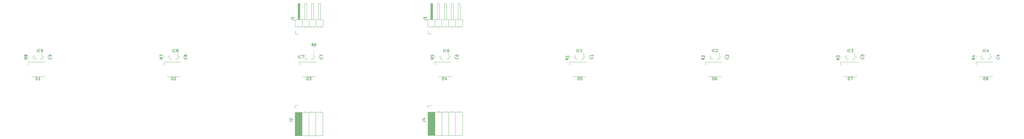
<source format=gbr>
%TF.GenerationSoftware,KiCad,Pcbnew,(5.1.9)-1*%
%TF.CreationDate,2021-04-24T17:32:51+02:00*%
%TF.ProjectId,Schaakbord_Bord,53636861-616b-4626-9f72-645f426f7264,rev?*%
%TF.SameCoordinates,Original*%
%TF.FileFunction,Legend,Top*%
%TF.FilePolarity,Positive*%
%FSLAX46Y46*%
G04 Gerber Fmt 4.6, Leading zero omitted, Abs format (unit mm)*
G04 Created by KiCad (PCBNEW (5.1.9)-1) date 2021-04-24 17:32:51*
%MOMM*%
%LPD*%
G01*
G04 APERTURE LIST*
%ADD10C,0.120000*%
%ADD11C,0.150000*%
G04 APERTURE END LIST*
D10*
%TO.C,J4*%
X144078000Y-24568000D02*
X144078000Y-15938000D01*
X144196095Y-24568000D02*
X144196095Y-15938000D01*
X144314190Y-24568000D02*
X144314190Y-15938000D01*
X144432285Y-24568000D02*
X144432285Y-15938000D01*
X144550380Y-24568000D02*
X144550380Y-15938000D01*
X144668475Y-24568000D02*
X144668475Y-15938000D01*
X144786570Y-24568000D02*
X144786570Y-15938000D01*
X144904665Y-24568000D02*
X144904665Y-15938000D01*
X145022760Y-24568000D02*
X145022760Y-15938000D01*
X145140855Y-24568000D02*
X145140855Y-15938000D01*
X145258950Y-24568000D02*
X145258950Y-15938000D01*
X145377045Y-24568000D02*
X145377045Y-15938000D01*
X145495140Y-24568000D02*
X145495140Y-15938000D01*
X145613235Y-24568000D02*
X145613235Y-15938000D01*
X145731330Y-24568000D02*
X145731330Y-15938000D01*
X145849425Y-24568000D02*
X145849425Y-15938000D01*
X145967520Y-24568000D02*
X145967520Y-15938000D01*
X146085615Y-24568000D02*
X146085615Y-15938000D01*
X146203710Y-24568000D02*
X146203710Y-15938000D01*
X146321805Y-24568000D02*
X146321805Y-15938000D01*
X146439900Y-24568000D02*
X146439900Y-15938000D01*
X144928000Y-15938000D02*
X144928000Y-15588000D01*
X145648000Y-15938000D02*
X145648000Y-15588000D01*
X147468000Y-15938000D02*
X147468000Y-15528000D01*
X148188000Y-15938000D02*
X148188000Y-15528000D01*
X150008000Y-15938000D02*
X150008000Y-15528000D01*
X150728000Y-15938000D02*
X150728000Y-15528000D01*
X152548000Y-15938000D02*
X152548000Y-15528000D01*
X153268000Y-15938000D02*
X153268000Y-15528000D01*
X155088000Y-15938000D02*
X155088000Y-15528000D01*
X155808000Y-15938000D02*
X155808000Y-15528000D01*
X146558000Y-24568000D02*
X146558000Y-15938000D01*
X149098000Y-24568000D02*
X149098000Y-15938000D01*
X151638000Y-24568000D02*
X151638000Y-15938000D01*
X154178000Y-24568000D02*
X154178000Y-15938000D01*
X143958000Y-24568000D02*
X143958000Y-15938000D01*
X143958000Y-15938000D02*
X156778000Y-15938000D01*
X156778000Y-24568000D02*
X156778000Y-15938000D01*
X143958000Y-24568000D02*
X156778000Y-24568000D01*
X143958000Y-13368000D02*
X145288000Y-13368000D01*
X143958000Y-14478000D02*
X143958000Y-13368000D01*
%TO.C,J3*%
X144018000Y13081000D02*
X144018000Y14351000D01*
X145288000Y13081000D02*
X144018000Y13081000D01*
X155828000Y15393929D02*
X155828000Y15791000D01*
X155068000Y15393929D02*
X155068000Y15791000D01*
X155828000Y24451000D02*
X155828000Y18451000D01*
X155068000Y24451000D02*
X155828000Y24451000D01*
X155068000Y18451000D02*
X155068000Y24451000D01*
X154178000Y15791000D02*
X154178000Y18451000D01*
X153288000Y15393929D02*
X153288000Y15791000D01*
X152528000Y15393929D02*
X152528000Y15791000D01*
X153288000Y24451000D02*
X153288000Y18451000D01*
X152528000Y24451000D02*
X153288000Y24451000D01*
X152528000Y18451000D02*
X152528000Y24451000D01*
X151638000Y15791000D02*
X151638000Y18451000D01*
X150748000Y15393929D02*
X150748000Y15791000D01*
X149988000Y15393929D02*
X149988000Y15791000D01*
X150748000Y24451000D02*
X150748000Y18451000D01*
X149988000Y24451000D02*
X150748000Y24451000D01*
X149988000Y18451000D02*
X149988000Y24451000D01*
X149098000Y15791000D02*
X149098000Y18451000D01*
X148208000Y15393929D02*
X148208000Y15791000D01*
X147448000Y15393929D02*
X147448000Y15791000D01*
X148208000Y24451000D02*
X148208000Y18451000D01*
X147448000Y24451000D02*
X148208000Y24451000D01*
X147448000Y18451000D02*
X147448000Y24451000D01*
X146558000Y15791000D02*
X146558000Y18451000D01*
X145668000Y15461000D02*
X145668000Y15791000D01*
X144908000Y15461000D02*
X144908000Y15791000D01*
X145568000Y18451000D02*
X145568000Y24451000D01*
X145448000Y18451000D02*
X145448000Y24451000D01*
X145328000Y18451000D02*
X145328000Y24451000D01*
X145208000Y18451000D02*
X145208000Y24451000D01*
X145088000Y18451000D02*
X145088000Y24451000D01*
X144968000Y18451000D02*
X144968000Y24451000D01*
X145668000Y24451000D02*
X145668000Y18451000D01*
X144908000Y24451000D02*
X145668000Y24451000D01*
X144908000Y18451000D02*
X144908000Y24451000D01*
X143958000Y18451000D02*
X143958000Y15791000D01*
X156778000Y18451000D02*
X143958000Y18451000D01*
X156778000Y15791000D02*
X156778000Y18451000D01*
X143958000Y15791000D02*
X156778000Y15791000D01*
%TO.C,J2*%
X94872500Y-14541500D02*
X94872500Y-13431500D01*
X94872500Y-13431500D02*
X96202500Y-13431500D01*
X94872500Y-24631500D02*
X105152500Y-24631500D01*
X105152500Y-24631500D02*
X105152500Y-16001500D01*
X94872500Y-16001500D02*
X105152500Y-16001500D01*
X94872500Y-24631500D02*
X94872500Y-16001500D01*
X102552500Y-24631500D02*
X102552500Y-16001500D01*
X100012500Y-24631500D02*
X100012500Y-16001500D01*
X97472500Y-24631500D02*
X97472500Y-16001500D01*
X104182500Y-16001500D02*
X104182500Y-15591500D01*
X103462500Y-16001500D02*
X103462500Y-15591500D01*
X101642500Y-16001500D02*
X101642500Y-15591500D01*
X100922500Y-16001500D02*
X100922500Y-15591500D01*
X99102500Y-16001500D02*
X99102500Y-15591500D01*
X98382500Y-16001500D02*
X98382500Y-15591500D01*
X96562500Y-16001500D02*
X96562500Y-15651500D01*
X95842500Y-16001500D02*
X95842500Y-15651500D01*
X97354400Y-24631500D02*
X97354400Y-16001500D01*
X97236305Y-24631500D02*
X97236305Y-16001500D01*
X97118210Y-24631500D02*
X97118210Y-16001500D01*
X97000115Y-24631500D02*
X97000115Y-16001500D01*
X96882020Y-24631500D02*
X96882020Y-16001500D01*
X96763925Y-24631500D02*
X96763925Y-16001500D01*
X96645830Y-24631500D02*
X96645830Y-16001500D01*
X96527735Y-24631500D02*
X96527735Y-16001500D01*
X96409640Y-24631500D02*
X96409640Y-16001500D01*
X96291545Y-24631500D02*
X96291545Y-16001500D01*
X96173450Y-24631500D02*
X96173450Y-16001500D01*
X96055355Y-24631500D02*
X96055355Y-16001500D01*
X95937260Y-24631500D02*
X95937260Y-16001500D01*
X95819165Y-24631500D02*
X95819165Y-16001500D01*
X95701070Y-24631500D02*
X95701070Y-16001500D01*
X95582975Y-24631500D02*
X95582975Y-16001500D01*
X95464880Y-24631500D02*
X95464880Y-16001500D01*
X95346785Y-24631500D02*
X95346785Y-16001500D01*
X95228690Y-24631500D02*
X95228690Y-16001500D01*
X95110595Y-24631500D02*
X95110595Y-16001500D01*
X94992500Y-24631500D02*
X94992500Y-16001500D01*
%TO.C,J1*%
X94996000Y13081000D02*
X94996000Y14351000D01*
X96266000Y13081000D02*
X94996000Y13081000D01*
X104266000Y15393929D02*
X104266000Y15791000D01*
X103506000Y15393929D02*
X103506000Y15791000D01*
X104266000Y24451000D02*
X104266000Y18451000D01*
X103506000Y24451000D02*
X104266000Y24451000D01*
X103506000Y18451000D02*
X103506000Y24451000D01*
X102616000Y15791000D02*
X102616000Y18451000D01*
X101726000Y15393929D02*
X101726000Y15791000D01*
X100966000Y15393929D02*
X100966000Y15791000D01*
X101726000Y24451000D02*
X101726000Y18451000D01*
X100966000Y24451000D02*
X101726000Y24451000D01*
X100966000Y18451000D02*
X100966000Y24451000D01*
X100076000Y15791000D02*
X100076000Y18451000D01*
X99186000Y15393929D02*
X99186000Y15791000D01*
X98426000Y15393929D02*
X98426000Y15791000D01*
X99186000Y24451000D02*
X99186000Y18451000D01*
X98426000Y24451000D02*
X99186000Y24451000D01*
X98426000Y18451000D02*
X98426000Y24451000D01*
X97536000Y15791000D02*
X97536000Y18451000D01*
X96646000Y15461000D02*
X96646000Y15791000D01*
X95886000Y15461000D02*
X95886000Y15791000D01*
X96546000Y18451000D02*
X96546000Y24451000D01*
X96426000Y18451000D02*
X96426000Y24451000D01*
X96306000Y18451000D02*
X96306000Y24451000D01*
X96186000Y18451000D02*
X96186000Y24451000D01*
X96066000Y18451000D02*
X96066000Y24451000D01*
X95946000Y18451000D02*
X95946000Y24451000D01*
X96646000Y24451000D02*
X96646000Y18451000D01*
X95886000Y24451000D02*
X96646000Y24451000D01*
X95886000Y18451000D02*
X95886000Y24451000D01*
X94936000Y18451000D02*
X94936000Y15791000D01*
X105216000Y18451000D02*
X94936000Y18451000D01*
X105216000Y15791000D02*
X105216000Y18451000D01*
X94936000Y15791000D02*
X105216000Y15791000D01*
%TO.C,R4*%
X346483000Y4344936D02*
X346483000Y4799064D01*
X347953000Y4344936D02*
X347953000Y4799064D01*
%TO.C,R3*%
X296445000Y4344936D02*
X296445000Y4799064D01*
X297915000Y4344936D02*
X297915000Y4799064D01*
%TO.C,R2*%
X246407000Y4344936D02*
X246407000Y4799064D01*
X247877000Y4344936D02*
X247877000Y4799064D01*
%TO.C,R1*%
X196369000Y4328936D02*
X196369000Y4783064D01*
X197839000Y4328936D02*
X197839000Y4783064D01*
%TO.C,R5*%
X146585000Y4344936D02*
X146585000Y4799064D01*
X148055000Y4344936D02*
X148055000Y4799064D01*
%TO.C,R6*%
X102097064Y6758000D02*
X101642936Y6758000D01*
X102097064Y8228000D02*
X101642936Y8228000D01*
%TO.C,R7*%
X46509000Y4344936D02*
X46509000Y4799064D01*
X47979000Y4344936D02*
X47979000Y4799064D01*
%TO.C,R8*%
X-3529000Y4344936D02*
X-3529000Y4799064D01*
X-2059000Y4344936D02*
X-2059000Y4799064D01*
%TO.C,C4*%
X352071000Y4310748D02*
X352071000Y4833252D01*
X353541000Y4310748D02*
X353541000Y4833252D01*
%TO.C,C3*%
X302033000Y4310748D02*
X302033000Y4833252D01*
X303503000Y4310748D02*
X303503000Y4833252D01*
%TO.C,C2*%
X251995000Y4332248D02*
X251995000Y4854752D01*
X253465000Y4332248D02*
X253465000Y4854752D01*
%TO.C,C1*%
X201957000Y4310748D02*
X201957000Y4833252D01*
X203427000Y4310748D02*
X203427000Y4833252D01*
%TO.C,C6*%
X153643000Y4833252D02*
X153643000Y4310748D01*
X152173000Y4833252D02*
X152173000Y4310748D01*
%TO.C,C7*%
X103605000Y4833252D02*
X103605000Y4310748D01*
X102135000Y4833252D02*
X102135000Y4310748D01*
%TO.C,C8*%
X53567000Y4833252D02*
X53567000Y4310748D01*
X52097000Y4833252D02*
X52097000Y4310748D01*
%TO.C,C9*%
X3529000Y4833252D02*
X3529000Y4310748D01*
X2059000Y4833252D02*
X2059000Y4310748D01*
%TO.C,IC4*%
X348432000Y3796000D02*
X349362000Y3796000D01*
X351592000Y3796000D02*
X350662000Y3796000D01*
X351592000Y3796000D02*
X351592000Y5956000D01*
X348432000Y3796000D02*
X348432000Y5256000D01*
%TO.C,IC3*%
X298394000Y3796000D02*
X299324000Y3796000D01*
X301554000Y3796000D02*
X300624000Y3796000D01*
X301554000Y3796000D02*
X301554000Y5956000D01*
X298394000Y3796000D02*
X298394000Y5256000D01*
%TO.C,IC2*%
X248356000Y3796000D02*
X249286000Y3796000D01*
X251516000Y3796000D02*
X250586000Y3796000D01*
X251516000Y3796000D02*
X251516000Y5956000D01*
X248356000Y3796000D02*
X248356000Y5256000D01*
%TO.C,IC6*%
X148534000Y3796000D02*
X149464000Y3796000D01*
X151694000Y3796000D02*
X150764000Y3796000D01*
X151694000Y3796000D02*
X151694000Y5956000D01*
X148534000Y3796000D02*
X148534000Y5256000D01*
%TO.C,IC7*%
X98496000Y3796000D02*
X99426000Y3796000D01*
X101656000Y3796000D02*
X100726000Y3796000D01*
X101656000Y3796000D02*
X101656000Y5956000D01*
X98496000Y3796000D02*
X98496000Y5256000D01*
%TO.C,IC8*%
X48458000Y3796000D02*
X49388000Y3796000D01*
X51618000Y3796000D02*
X50688000Y3796000D01*
X51618000Y3796000D02*
X51618000Y5956000D01*
X48458000Y3796000D02*
X48458000Y5256000D01*
%TO.C,IC9*%
X-1580000Y3796000D02*
X-650000Y3796000D01*
X1580000Y3796000D02*
X650000Y3796000D01*
X1580000Y3796000D02*
X1580000Y5956000D01*
X-1580000Y3796000D02*
X-1580000Y5256000D01*
%TO.C,IC1*%
X198318000Y3796000D02*
X198318000Y5256000D01*
X201478000Y3796000D02*
X201478000Y5956000D01*
X201478000Y3796000D02*
X200548000Y3796000D01*
X198318000Y3796000D02*
X199248000Y3796000D01*
%TO.C,D8*%
X352512000Y-2700000D02*
X347512000Y-2700000D01*
X346412000Y1600000D02*
X346412000Y2700000D01*
X346412000Y2700000D02*
X352512000Y2700000D01*
%TO.C,D7*%
X302474000Y-2700000D02*
X297474000Y-2700000D01*
X296374000Y1600000D02*
X296374000Y2700000D01*
X296374000Y2700000D02*
X302474000Y2700000D01*
%TO.C,D6*%
X252436000Y-2700000D02*
X247436000Y-2700000D01*
X246336000Y1600000D02*
X246336000Y2700000D01*
X246336000Y2700000D02*
X252436000Y2700000D01*
%TO.C,D5*%
X202398000Y-2700000D02*
X197398000Y-2700000D01*
X196298000Y1600000D02*
X196298000Y2700000D01*
X196298000Y2700000D02*
X202398000Y2700000D01*
%TO.C,D4*%
X152614000Y-2700000D02*
X147614000Y-2700000D01*
X146514000Y1600000D02*
X146514000Y2700000D01*
X146514000Y2700000D02*
X152614000Y2700000D01*
%TO.C,D3*%
X102576000Y-2700000D02*
X97576000Y-2700000D01*
X96476000Y1600000D02*
X96476000Y2700000D01*
X96476000Y2700000D02*
X102576000Y2700000D01*
%TO.C,D2*%
X52538000Y-2700000D02*
X47538000Y-2700000D01*
X46438000Y1600000D02*
X46438000Y2700000D01*
X46438000Y2700000D02*
X52538000Y2700000D01*
%TO.C,D1*%
X2500000Y-2700000D02*
X-2500000Y-2700000D01*
X-3600000Y1600000D02*
X-3600000Y2700000D01*
X-3600000Y2700000D02*
X2500000Y2700000D01*
%TO.C,J4*%
D11*
X141970380Y-19191333D02*
X142684666Y-19191333D01*
X142827523Y-19238952D01*
X142922761Y-19334190D01*
X142970380Y-19477047D01*
X142970380Y-19572285D01*
X142303714Y-18286571D02*
X142970380Y-18286571D01*
X141922761Y-18524666D02*
X142637047Y-18762761D01*
X142637047Y-18143714D01*
%TO.C,J3*%
X142470380Y18402666D02*
X143184666Y18402666D01*
X143327523Y18355047D01*
X143422761Y18259809D01*
X143470380Y18116952D01*
X143470380Y18021714D01*
X142470380Y18783619D02*
X142470380Y19402666D01*
X142851333Y19069333D01*
X142851333Y19212190D01*
X142898952Y19307428D01*
X142946571Y19355047D01*
X143041809Y19402666D01*
X143279904Y19402666D01*
X143375142Y19355047D01*
X143422761Y19307428D01*
X143470380Y19212190D01*
X143470380Y18926476D01*
X143422761Y18831238D01*
X143375142Y18783619D01*
%TO.C,J2*%
X92884880Y-19254833D02*
X93599166Y-19254833D01*
X93742023Y-19302452D01*
X93837261Y-19397690D01*
X93884880Y-19540547D01*
X93884880Y-19635785D01*
X92980119Y-18826261D02*
X92932500Y-18778642D01*
X92884880Y-18683404D01*
X92884880Y-18445309D01*
X92932500Y-18350071D01*
X92980119Y-18302452D01*
X93075357Y-18254833D01*
X93170595Y-18254833D01*
X93313452Y-18302452D01*
X93884880Y-18873880D01*
X93884880Y-18254833D01*
%TO.C,J1*%
X93448380Y18402666D02*
X94162666Y18402666D01*
X94305523Y18355047D01*
X94400761Y18259809D01*
X94448380Y18116952D01*
X94448380Y18021714D01*
X94448380Y19402666D02*
X94448380Y18831238D01*
X94448380Y19116952D02*
X93448380Y19116952D01*
X93591238Y19021714D01*
X93686476Y18926476D01*
X93734095Y18831238D01*
%TO.C,R4*%
X346020380Y4167333D02*
X345544190Y3834000D01*
X346020380Y3595904D02*
X345020380Y3595904D01*
X345020380Y3976857D01*
X345068000Y4072095D01*
X345115619Y4119714D01*
X345210857Y4167333D01*
X345353714Y4167333D01*
X345448952Y4119714D01*
X345496571Y4072095D01*
X345544190Y3976857D01*
X345544190Y3595904D01*
X345353714Y5024476D02*
X346020380Y5024476D01*
X344972761Y4786380D02*
X345687047Y4548285D01*
X345687047Y5167333D01*
%TO.C,R3*%
X295981380Y4135333D02*
X295505190Y3802000D01*
X295981380Y3563904D02*
X294981380Y3563904D01*
X294981380Y3944857D01*
X295029000Y4040095D01*
X295076619Y4087714D01*
X295171857Y4135333D01*
X295314714Y4135333D01*
X295409952Y4087714D01*
X295457571Y4040095D01*
X295505190Y3944857D01*
X295505190Y3563904D01*
X294981380Y4468666D02*
X294981380Y5087714D01*
X295362333Y4754380D01*
X295362333Y4897238D01*
X295409952Y4992476D01*
X295457571Y5040095D01*
X295552809Y5087714D01*
X295790904Y5087714D01*
X295886142Y5040095D01*
X295933761Y4992476D01*
X295981380Y4897238D01*
X295981380Y4611523D01*
X295933761Y4516285D01*
X295886142Y4468666D01*
%TO.C,R2*%
X246070380Y4167333D02*
X245594190Y3834000D01*
X246070380Y3595904D02*
X245070380Y3595904D01*
X245070380Y3976857D01*
X245118000Y4072095D01*
X245165619Y4119714D01*
X245260857Y4167333D01*
X245403714Y4167333D01*
X245498952Y4119714D01*
X245546571Y4072095D01*
X245594190Y3976857D01*
X245594190Y3595904D01*
X245165619Y4548285D02*
X245118000Y4595904D01*
X245070380Y4691142D01*
X245070380Y4929238D01*
X245118000Y5024476D01*
X245165619Y5072095D01*
X245260857Y5119714D01*
X245356095Y5119714D01*
X245498952Y5072095D01*
X246070380Y4500666D01*
X246070380Y5119714D01*
%TO.C,R1*%
X195906380Y4119333D02*
X195430190Y3786000D01*
X195906380Y3547904D02*
X194906380Y3547904D01*
X194906380Y3928857D01*
X194954000Y4024095D01*
X195001619Y4071714D01*
X195096857Y4119333D01*
X195239714Y4119333D01*
X195334952Y4071714D01*
X195382571Y4024095D01*
X195430190Y3928857D01*
X195430190Y3547904D01*
X195906380Y5071714D02*
X195906380Y4500285D01*
X195906380Y4786000D02*
X194906380Y4786000D01*
X195049238Y4690761D01*
X195144476Y4595523D01*
X195192095Y4500285D01*
%TO.C,R5*%
X146122380Y4405333D02*
X145646190Y4072000D01*
X146122380Y3833904D02*
X145122380Y3833904D01*
X145122380Y4214857D01*
X145170000Y4310095D01*
X145217619Y4357714D01*
X145312857Y4405333D01*
X145455714Y4405333D01*
X145550952Y4357714D01*
X145598571Y4310095D01*
X145646190Y4214857D01*
X145646190Y3833904D01*
X145122380Y5310095D02*
X145122380Y4833904D01*
X145598571Y4786285D01*
X145550952Y4833904D01*
X145503333Y4929142D01*
X145503333Y5167238D01*
X145550952Y5262476D01*
X145598571Y5310095D01*
X145693809Y5357714D01*
X145931904Y5357714D01*
X146027142Y5310095D01*
X146074761Y5262476D01*
X146122380Y5167238D01*
X146122380Y4929142D01*
X146074761Y4833904D01*
X146027142Y4786285D01*
%TO.C,R6*%
X101703333Y8628119D02*
X101370000Y9104309D01*
X101131904Y8628119D02*
X101131904Y9628119D01*
X101512857Y9628119D01*
X101608095Y9580500D01*
X101655714Y9532880D01*
X101703333Y9437642D01*
X101703333Y9294785D01*
X101655714Y9199547D01*
X101608095Y9151928D01*
X101512857Y9104309D01*
X101131904Y9104309D01*
X102560476Y9628119D02*
X102370000Y9628119D01*
X102274761Y9580500D01*
X102227142Y9532880D01*
X102131904Y9390023D01*
X102084285Y9199547D01*
X102084285Y8818595D01*
X102131904Y8723357D01*
X102179523Y8675738D01*
X102274761Y8628119D01*
X102465238Y8628119D01*
X102560476Y8675738D01*
X102608095Y8723357D01*
X102655714Y8818595D01*
X102655714Y9056690D01*
X102608095Y9151928D01*
X102560476Y9199547D01*
X102465238Y9247166D01*
X102274761Y9247166D01*
X102179523Y9199547D01*
X102131904Y9151928D01*
X102084285Y9056690D01*
%TO.C,R7*%
X46046380Y4405333D02*
X45570190Y4072000D01*
X46046380Y3833904D02*
X45046380Y3833904D01*
X45046380Y4214857D01*
X45094000Y4310095D01*
X45141619Y4357714D01*
X45236857Y4405333D01*
X45379714Y4405333D01*
X45474952Y4357714D01*
X45522571Y4310095D01*
X45570190Y4214857D01*
X45570190Y3833904D01*
X45046380Y4738666D02*
X45046380Y5405333D01*
X46046380Y4976761D01*
%TO.C,R8*%
X-3991619Y4405333D02*
X-4467809Y4072000D01*
X-3991619Y3833904D02*
X-4991619Y3833904D01*
X-4991619Y4214857D01*
X-4944000Y4310095D01*
X-4896380Y4357714D01*
X-4801142Y4405333D01*
X-4658285Y4405333D01*
X-4563047Y4357714D01*
X-4515428Y4310095D01*
X-4467809Y4214857D01*
X-4467809Y3833904D01*
X-4563047Y4976761D02*
X-4610666Y4881523D01*
X-4658285Y4833904D01*
X-4753523Y4786285D01*
X-4801142Y4786285D01*
X-4896380Y4833904D01*
X-4944000Y4881523D01*
X-4991619Y4976761D01*
X-4991619Y5167238D01*
X-4944000Y5262476D01*
X-4896380Y5310095D01*
X-4801142Y5357714D01*
X-4753523Y5357714D01*
X-4658285Y5310095D01*
X-4610666Y5262476D01*
X-4563047Y5167238D01*
X-4563047Y4976761D01*
X-4515428Y4881523D01*
X-4467809Y4833904D01*
X-4372571Y4786285D01*
X-4182095Y4786285D01*
X-4086857Y4833904D01*
X-4039238Y4881523D01*
X-3991619Y4976761D01*
X-3991619Y5167238D01*
X-4039238Y5262476D01*
X-4086857Y5310095D01*
X-4182095Y5357714D01*
X-4372571Y5357714D01*
X-4467809Y5310095D01*
X-4515428Y5262476D01*
X-4563047Y5167238D01*
%TO.C,C4*%
X354941142Y4405333D02*
X354988761Y4357714D01*
X355036380Y4214857D01*
X355036380Y4119619D01*
X354988761Y3976761D01*
X354893523Y3881523D01*
X354798285Y3833904D01*
X354607809Y3786285D01*
X354464952Y3786285D01*
X354274476Y3833904D01*
X354179238Y3881523D01*
X354084000Y3976761D01*
X354036380Y4119619D01*
X354036380Y4214857D01*
X354084000Y4357714D01*
X354131619Y4405333D01*
X354369714Y5262476D02*
X355036380Y5262476D01*
X353988761Y5024380D02*
X354703047Y4786285D01*
X354703047Y5405333D01*
%TO.C,C3*%
X304903142Y4426833D02*
X304950761Y4379214D01*
X304998380Y4236357D01*
X304998380Y4141119D01*
X304950761Y3998261D01*
X304855523Y3903023D01*
X304760285Y3855404D01*
X304569809Y3807785D01*
X304426952Y3807785D01*
X304236476Y3855404D01*
X304141238Y3903023D01*
X304046000Y3998261D01*
X303998380Y4141119D01*
X303998380Y4236357D01*
X304046000Y4379214D01*
X304093619Y4426833D01*
X303998380Y4760166D02*
X303998380Y5379214D01*
X304379333Y5045880D01*
X304379333Y5188738D01*
X304426952Y5283976D01*
X304474571Y5331595D01*
X304569809Y5379214D01*
X304807904Y5379214D01*
X304903142Y5331595D01*
X304950761Y5283976D01*
X304998380Y5188738D01*
X304998380Y4903023D01*
X304950761Y4807785D01*
X304903142Y4760166D01*
%TO.C,C2*%
X254865142Y4426833D02*
X254912761Y4379214D01*
X254960380Y4236357D01*
X254960380Y4141119D01*
X254912761Y3998261D01*
X254817523Y3903023D01*
X254722285Y3855404D01*
X254531809Y3807785D01*
X254388952Y3807785D01*
X254198476Y3855404D01*
X254103238Y3903023D01*
X254008000Y3998261D01*
X253960380Y4141119D01*
X253960380Y4236357D01*
X254008000Y4379214D01*
X254055619Y4426833D01*
X254055619Y4807785D02*
X254008000Y4855404D01*
X253960380Y4950642D01*
X253960380Y5188738D01*
X254008000Y5283976D01*
X254055619Y5331595D01*
X254150857Y5379214D01*
X254246095Y5379214D01*
X254388952Y5331595D01*
X254960380Y4760166D01*
X254960380Y5379214D01*
%TO.C,C1*%
X204827142Y4426833D02*
X204874761Y4379214D01*
X204922380Y4236357D01*
X204922380Y4141119D01*
X204874761Y3998261D01*
X204779523Y3903023D01*
X204684285Y3855404D01*
X204493809Y3807785D01*
X204350952Y3807785D01*
X204160476Y3855404D01*
X204065238Y3903023D01*
X203970000Y3998261D01*
X203922380Y4141119D01*
X203922380Y4236357D01*
X203970000Y4379214D01*
X204017619Y4426833D01*
X204922380Y5379214D02*
X204922380Y4807785D01*
X204922380Y5093500D02*
X203922380Y5093500D01*
X204065238Y4998261D01*
X204160476Y4903023D01*
X204208095Y4807785D01*
%TO.C,C6*%
X155043142Y4426833D02*
X155090761Y4379214D01*
X155138380Y4236357D01*
X155138380Y4141119D01*
X155090761Y3998261D01*
X154995523Y3903023D01*
X154900285Y3855404D01*
X154709809Y3807785D01*
X154566952Y3807785D01*
X154376476Y3855404D01*
X154281238Y3903023D01*
X154186000Y3998261D01*
X154138380Y4141119D01*
X154138380Y4236357D01*
X154186000Y4379214D01*
X154233619Y4426833D01*
X154138380Y5283976D02*
X154138380Y5093500D01*
X154186000Y4998261D01*
X154233619Y4950642D01*
X154376476Y4855404D01*
X154566952Y4807785D01*
X154947904Y4807785D01*
X155043142Y4855404D01*
X155090761Y4903023D01*
X155138380Y4998261D01*
X155138380Y5188738D01*
X155090761Y5283976D01*
X155043142Y5331595D01*
X154947904Y5379214D01*
X154709809Y5379214D01*
X154614571Y5331595D01*
X154566952Y5283976D01*
X154519333Y5188738D01*
X154519333Y4998261D01*
X154566952Y4903023D01*
X154614571Y4855404D01*
X154709809Y4807785D01*
%TO.C,C7*%
X105005142Y4405333D02*
X105052761Y4357714D01*
X105100380Y4214857D01*
X105100380Y4119619D01*
X105052761Y3976761D01*
X104957523Y3881523D01*
X104862285Y3833904D01*
X104671809Y3786285D01*
X104528952Y3786285D01*
X104338476Y3833904D01*
X104243238Y3881523D01*
X104148000Y3976761D01*
X104100380Y4119619D01*
X104100380Y4214857D01*
X104148000Y4357714D01*
X104195619Y4405333D01*
X104100380Y4738666D02*
X104100380Y5405333D01*
X105100380Y4976761D01*
%TO.C,C8*%
X54869142Y4405333D02*
X54916761Y4357714D01*
X54964380Y4214857D01*
X54964380Y4119619D01*
X54916761Y3976761D01*
X54821523Y3881523D01*
X54726285Y3833904D01*
X54535809Y3786285D01*
X54392952Y3786285D01*
X54202476Y3833904D01*
X54107238Y3881523D01*
X54012000Y3976761D01*
X53964380Y4119619D01*
X53964380Y4214857D01*
X54012000Y4357714D01*
X54059619Y4405333D01*
X54392952Y4976761D02*
X54345333Y4881523D01*
X54297714Y4833904D01*
X54202476Y4786285D01*
X54154857Y4786285D01*
X54059619Y4833904D01*
X54012000Y4881523D01*
X53964380Y4976761D01*
X53964380Y5167238D01*
X54012000Y5262476D01*
X54059619Y5310095D01*
X54154857Y5357714D01*
X54202476Y5357714D01*
X54297714Y5310095D01*
X54345333Y5262476D01*
X54392952Y5167238D01*
X54392952Y4976761D01*
X54440571Y4881523D01*
X54488190Y4833904D01*
X54583428Y4786285D01*
X54773904Y4786285D01*
X54869142Y4833904D01*
X54916761Y4881523D01*
X54964380Y4976761D01*
X54964380Y5167238D01*
X54916761Y5262476D01*
X54869142Y5310095D01*
X54773904Y5357714D01*
X54583428Y5357714D01*
X54488190Y5310095D01*
X54440571Y5262476D01*
X54392952Y5167238D01*
%TO.C,C9*%
X4831142Y4405333D02*
X4878761Y4357714D01*
X4926380Y4214857D01*
X4926380Y4119619D01*
X4878761Y3976761D01*
X4783523Y3881523D01*
X4688285Y3833904D01*
X4497809Y3786285D01*
X4354952Y3786285D01*
X4164476Y3833904D01*
X4069238Y3881523D01*
X3974000Y3976761D01*
X3926380Y4119619D01*
X3926380Y4214857D01*
X3974000Y4357714D01*
X4021619Y4405333D01*
X4926380Y4881523D02*
X4926380Y5072000D01*
X4878761Y5167238D01*
X4831142Y5214857D01*
X4688285Y5310095D01*
X4497809Y5357714D01*
X4116857Y5357714D01*
X4021619Y5310095D01*
X3974000Y5262476D01*
X3926380Y5167238D01*
X3926380Y4976761D01*
X3974000Y4881523D01*
X4021619Y4833904D01*
X4116857Y4786285D01*
X4354952Y4786285D01*
X4450190Y4833904D01*
X4497809Y4881523D01*
X4545428Y4976761D01*
X4545428Y5167238D01*
X4497809Y5262476D01*
X4450190Y5310095D01*
X4354952Y5357714D01*
%TO.C,IC4*%
X349035809Y6405619D02*
X349035809Y7405619D01*
X350083428Y6500857D02*
X350035809Y6453238D01*
X349892952Y6405619D01*
X349797714Y6405619D01*
X349654857Y6453238D01*
X349559619Y6548476D01*
X349512000Y6643714D01*
X349464380Y6834190D01*
X349464380Y6977047D01*
X349512000Y7167523D01*
X349559619Y7262761D01*
X349654857Y7358000D01*
X349797714Y7405619D01*
X349892952Y7405619D01*
X350035809Y7358000D01*
X350083428Y7310380D01*
X350940571Y7072285D02*
X350940571Y6405619D01*
X350702476Y7453238D02*
X350464380Y6738952D01*
X351083428Y6738952D01*
%TO.C,IC3*%
X298997809Y6405619D02*
X298997809Y7405619D01*
X300045428Y6500857D02*
X299997809Y6453238D01*
X299854952Y6405619D01*
X299759714Y6405619D01*
X299616857Y6453238D01*
X299521619Y6548476D01*
X299474000Y6643714D01*
X299426380Y6834190D01*
X299426380Y6977047D01*
X299474000Y7167523D01*
X299521619Y7262761D01*
X299616857Y7358000D01*
X299759714Y7405619D01*
X299854952Y7405619D01*
X299997809Y7358000D01*
X300045428Y7310380D01*
X300378761Y7405619D02*
X300997809Y7405619D01*
X300664476Y7024666D01*
X300807333Y7024666D01*
X300902571Y6977047D01*
X300950190Y6929428D01*
X300997809Y6834190D01*
X300997809Y6596095D01*
X300950190Y6500857D01*
X300902571Y6453238D01*
X300807333Y6405619D01*
X300521619Y6405619D01*
X300426380Y6453238D01*
X300378761Y6500857D01*
%TO.C,IC2*%
X248959809Y6405619D02*
X248959809Y7405619D01*
X250007428Y6500857D02*
X249959809Y6453238D01*
X249816952Y6405619D01*
X249721714Y6405619D01*
X249578857Y6453238D01*
X249483619Y6548476D01*
X249436000Y6643714D01*
X249388380Y6834190D01*
X249388380Y6977047D01*
X249436000Y7167523D01*
X249483619Y7262761D01*
X249578857Y7358000D01*
X249721714Y7405619D01*
X249816952Y7405619D01*
X249959809Y7358000D01*
X250007428Y7310380D01*
X250388380Y7310380D02*
X250436000Y7358000D01*
X250531238Y7405619D01*
X250769333Y7405619D01*
X250864571Y7358000D01*
X250912190Y7310380D01*
X250959809Y7215142D01*
X250959809Y7119904D01*
X250912190Y6977047D01*
X250340761Y6405619D01*
X250959809Y6405619D01*
%TO.C,IC6*%
X149772809Y6405619D02*
X149772809Y7405619D01*
X150820428Y6500857D02*
X150772809Y6453238D01*
X150629952Y6405619D01*
X150534714Y6405619D01*
X150391857Y6453238D01*
X150296619Y6548476D01*
X150249000Y6643714D01*
X150201380Y6834190D01*
X150201380Y6977047D01*
X150249000Y7167523D01*
X150296619Y7262761D01*
X150391857Y7358000D01*
X150534714Y7405619D01*
X150629952Y7405619D01*
X150772809Y7358000D01*
X150820428Y7310380D01*
X151677571Y7405619D02*
X151487095Y7405619D01*
X151391857Y7358000D01*
X151344238Y7310380D01*
X151249000Y7167523D01*
X151201380Y6977047D01*
X151201380Y6596095D01*
X151249000Y6500857D01*
X151296619Y6453238D01*
X151391857Y6405619D01*
X151582333Y6405619D01*
X151677571Y6453238D01*
X151725190Y6500857D01*
X151772809Y6596095D01*
X151772809Y6834190D01*
X151725190Y6929428D01*
X151677571Y6977047D01*
X151582333Y7024666D01*
X151391857Y7024666D01*
X151296619Y6977047D01*
X151249000Y6929428D01*
X151201380Y6834190D01*
%TO.C,IC7*%
X96115309Y4119619D02*
X96115309Y5119619D01*
X97162928Y4214857D02*
X97115309Y4167238D01*
X96972452Y4119619D01*
X96877214Y4119619D01*
X96734357Y4167238D01*
X96639119Y4262476D01*
X96591500Y4357714D01*
X96543880Y4548190D01*
X96543880Y4691047D01*
X96591500Y4881523D01*
X96639119Y4976761D01*
X96734357Y5072000D01*
X96877214Y5119619D01*
X96972452Y5119619D01*
X97115309Y5072000D01*
X97162928Y5024380D01*
X97496261Y5119619D02*
X98162928Y5119619D01*
X97734357Y4119619D01*
%TO.C,IC8*%
X49696809Y6405619D02*
X49696809Y7405619D01*
X50744428Y6500857D02*
X50696809Y6453238D01*
X50553952Y6405619D01*
X50458714Y6405619D01*
X50315857Y6453238D01*
X50220619Y6548476D01*
X50173000Y6643714D01*
X50125380Y6834190D01*
X50125380Y6977047D01*
X50173000Y7167523D01*
X50220619Y7262761D01*
X50315857Y7358000D01*
X50458714Y7405619D01*
X50553952Y7405619D01*
X50696809Y7358000D01*
X50744428Y7310380D01*
X51315857Y6977047D02*
X51220619Y7024666D01*
X51173000Y7072285D01*
X51125380Y7167523D01*
X51125380Y7215142D01*
X51173000Y7310380D01*
X51220619Y7358000D01*
X51315857Y7405619D01*
X51506333Y7405619D01*
X51601571Y7358000D01*
X51649190Y7310380D01*
X51696809Y7215142D01*
X51696809Y7167523D01*
X51649190Y7072285D01*
X51601571Y7024666D01*
X51506333Y6977047D01*
X51315857Y6977047D01*
X51220619Y6929428D01*
X51173000Y6881809D01*
X51125380Y6786571D01*
X51125380Y6596095D01*
X51173000Y6500857D01*
X51220619Y6453238D01*
X51315857Y6405619D01*
X51506333Y6405619D01*
X51601571Y6453238D01*
X51649190Y6500857D01*
X51696809Y6596095D01*
X51696809Y6786571D01*
X51649190Y6881809D01*
X51601571Y6929428D01*
X51506333Y6977047D01*
%TO.C,IC9*%
X-341190Y6405619D02*
X-341190Y7405619D01*
X706428Y6500857D02*
X658809Y6453238D01*
X515952Y6405619D01*
X420714Y6405619D01*
X277857Y6453238D01*
X182619Y6548476D01*
X134999Y6643714D01*
X87380Y6834190D01*
X87380Y6977047D01*
X134999Y7167523D01*
X182619Y7262761D01*
X277857Y7358000D01*
X420714Y7405619D01*
X515952Y7405619D01*
X658809Y7358000D01*
X706428Y7310380D01*
X1182619Y6405619D02*
X1373095Y6405619D01*
X1468333Y6453238D01*
X1515952Y6500857D01*
X1611190Y6643714D01*
X1658809Y6834190D01*
X1658809Y7215142D01*
X1611190Y7310380D01*
X1563571Y7358000D01*
X1468333Y7405619D01*
X1277857Y7405619D01*
X1182619Y7358000D01*
X1135000Y7310380D01*
X1087380Y7215142D01*
X1087380Y6977047D01*
X1135000Y6881809D01*
X1182619Y6834190D01*
X1277857Y6786571D01*
X1468333Y6786571D01*
X1563571Y6834190D01*
X1611190Y6881809D01*
X1658809Y6977047D01*
%TO.C,IC1*%
X198921809Y6405619D02*
X198921809Y7405619D01*
X199969428Y6500857D02*
X199921809Y6453238D01*
X199778952Y6405619D01*
X199683714Y6405619D01*
X199540857Y6453238D01*
X199445619Y6548476D01*
X199398000Y6643714D01*
X199350380Y6834190D01*
X199350380Y6977047D01*
X199398000Y7167523D01*
X199445619Y7262761D01*
X199540857Y7358000D01*
X199683714Y7405619D01*
X199778952Y7405619D01*
X199921809Y7358000D01*
X199969428Y7310380D01*
X200921809Y6405619D02*
X200350380Y6405619D01*
X200636095Y6405619D02*
X200636095Y7405619D01*
X200540857Y7262761D01*
X200445619Y7167523D01*
X200350380Y7119904D01*
%TO.C,D8*%
X349273904Y-4008380D02*
X349273904Y-3008380D01*
X349512000Y-3008380D01*
X349654857Y-3056000D01*
X349750095Y-3151238D01*
X349797714Y-3246476D01*
X349845333Y-3436952D01*
X349845333Y-3579809D01*
X349797714Y-3770285D01*
X349750095Y-3865523D01*
X349654857Y-3960761D01*
X349512000Y-4008380D01*
X349273904Y-4008380D01*
X350416761Y-3436952D02*
X350321523Y-3389333D01*
X350273904Y-3341714D01*
X350226285Y-3246476D01*
X350226285Y-3198857D01*
X350273904Y-3103619D01*
X350321523Y-3056000D01*
X350416761Y-3008380D01*
X350607238Y-3008380D01*
X350702476Y-3056000D01*
X350750095Y-3103619D01*
X350797714Y-3198857D01*
X350797714Y-3246476D01*
X350750095Y-3341714D01*
X350702476Y-3389333D01*
X350607238Y-3436952D01*
X350416761Y-3436952D01*
X350321523Y-3484571D01*
X350273904Y-3532190D01*
X350226285Y-3627428D01*
X350226285Y-3817904D01*
X350273904Y-3913142D01*
X350321523Y-3960761D01*
X350416761Y-4008380D01*
X350607238Y-4008380D01*
X350702476Y-3960761D01*
X350750095Y-3913142D01*
X350797714Y-3817904D01*
X350797714Y-3627428D01*
X350750095Y-3532190D01*
X350702476Y-3484571D01*
X350607238Y-3436952D01*
%TO.C,D7*%
X299235904Y-4008380D02*
X299235904Y-3008380D01*
X299474000Y-3008380D01*
X299616857Y-3056000D01*
X299712095Y-3151238D01*
X299759714Y-3246476D01*
X299807333Y-3436952D01*
X299807333Y-3579809D01*
X299759714Y-3770285D01*
X299712095Y-3865523D01*
X299616857Y-3960761D01*
X299474000Y-4008380D01*
X299235904Y-4008380D01*
X300140666Y-3008380D02*
X300807333Y-3008380D01*
X300378761Y-4008380D01*
%TO.C,D6*%
X249197904Y-4008380D02*
X249197904Y-3008380D01*
X249436000Y-3008380D01*
X249578857Y-3056000D01*
X249674095Y-3151238D01*
X249721714Y-3246476D01*
X249769333Y-3436952D01*
X249769333Y-3579809D01*
X249721714Y-3770285D01*
X249674095Y-3865523D01*
X249578857Y-3960761D01*
X249436000Y-4008380D01*
X249197904Y-4008380D01*
X250626476Y-3008380D02*
X250436000Y-3008380D01*
X250340761Y-3056000D01*
X250293142Y-3103619D01*
X250197904Y-3246476D01*
X250150285Y-3436952D01*
X250150285Y-3817904D01*
X250197904Y-3913142D01*
X250245523Y-3960761D01*
X250340761Y-4008380D01*
X250531238Y-4008380D01*
X250626476Y-3960761D01*
X250674095Y-3913142D01*
X250721714Y-3817904D01*
X250721714Y-3579809D01*
X250674095Y-3484571D01*
X250626476Y-3436952D01*
X250531238Y-3389333D01*
X250340761Y-3389333D01*
X250245523Y-3436952D01*
X250197904Y-3484571D01*
X250150285Y-3579809D01*
%TO.C,D5*%
X199413904Y-4008380D02*
X199413904Y-3008380D01*
X199652000Y-3008380D01*
X199794857Y-3056000D01*
X199890095Y-3151238D01*
X199937714Y-3246476D01*
X199985333Y-3436952D01*
X199985333Y-3579809D01*
X199937714Y-3770285D01*
X199890095Y-3865523D01*
X199794857Y-3960761D01*
X199652000Y-4008380D01*
X199413904Y-4008380D01*
X200890095Y-3008380D02*
X200413904Y-3008380D01*
X200366285Y-3484571D01*
X200413904Y-3436952D01*
X200509142Y-3389333D01*
X200747238Y-3389333D01*
X200842476Y-3436952D01*
X200890095Y-3484571D01*
X200937714Y-3579809D01*
X200937714Y-3817904D01*
X200890095Y-3913142D01*
X200842476Y-3960761D01*
X200747238Y-4008380D01*
X200509142Y-4008380D01*
X200413904Y-3960761D01*
X200366285Y-3913142D01*
%TO.C,D4*%
X149375904Y-4008380D02*
X149375904Y-3008380D01*
X149614000Y-3008380D01*
X149756857Y-3056000D01*
X149852095Y-3151238D01*
X149899714Y-3246476D01*
X149947333Y-3436952D01*
X149947333Y-3579809D01*
X149899714Y-3770285D01*
X149852095Y-3865523D01*
X149756857Y-3960761D01*
X149614000Y-4008380D01*
X149375904Y-4008380D01*
X150804476Y-3341714D02*
X150804476Y-4008380D01*
X150566380Y-2960761D02*
X150328285Y-3675047D01*
X150947333Y-3675047D01*
%TO.C,D3*%
X99337904Y-4008380D02*
X99337904Y-3008380D01*
X99576000Y-3008380D01*
X99718857Y-3056000D01*
X99814095Y-3151238D01*
X99861714Y-3246476D01*
X99909333Y-3436952D01*
X99909333Y-3579809D01*
X99861714Y-3770285D01*
X99814095Y-3865523D01*
X99718857Y-3960761D01*
X99576000Y-4008380D01*
X99337904Y-4008380D01*
X100242666Y-3008380D02*
X100861714Y-3008380D01*
X100528380Y-3389333D01*
X100671238Y-3389333D01*
X100766476Y-3436952D01*
X100814095Y-3484571D01*
X100861714Y-3579809D01*
X100861714Y-3817904D01*
X100814095Y-3913142D01*
X100766476Y-3960761D01*
X100671238Y-4008380D01*
X100385523Y-4008380D01*
X100290285Y-3960761D01*
X100242666Y-3913142D01*
%TO.C,D2*%
X49299904Y-4008380D02*
X49299904Y-3008380D01*
X49538000Y-3008380D01*
X49680857Y-3056000D01*
X49776095Y-3151238D01*
X49823714Y-3246476D01*
X49871333Y-3436952D01*
X49871333Y-3579809D01*
X49823714Y-3770285D01*
X49776095Y-3865523D01*
X49680857Y-3960761D01*
X49538000Y-4008380D01*
X49299904Y-4008380D01*
X50252285Y-3103619D02*
X50299904Y-3056000D01*
X50395142Y-3008380D01*
X50633238Y-3008380D01*
X50728476Y-3056000D01*
X50776095Y-3103619D01*
X50823714Y-3198857D01*
X50823714Y-3294095D01*
X50776095Y-3436952D01*
X50204666Y-4008380D01*
X50823714Y-4008380D01*
%TO.C,D1*%
X-738095Y-4008380D02*
X-738095Y-3008380D01*
X-500000Y-3008380D01*
X-357142Y-3056000D01*
X-261904Y-3151238D01*
X-214285Y-3246476D01*
X-166666Y-3436952D01*
X-166666Y-3579809D01*
X-214285Y-3770285D01*
X-261904Y-3865523D01*
X-357142Y-3960761D01*
X-500000Y-4008380D01*
X-738095Y-4008380D01*
X785714Y-4008380D02*
X214285Y-4008380D01*
X499999Y-4008380D02*
X499999Y-3008380D01*
X404761Y-3151238D01*
X309523Y-3246476D01*
X214285Y-3294095D01*
%TD*%
M02*

</source>
